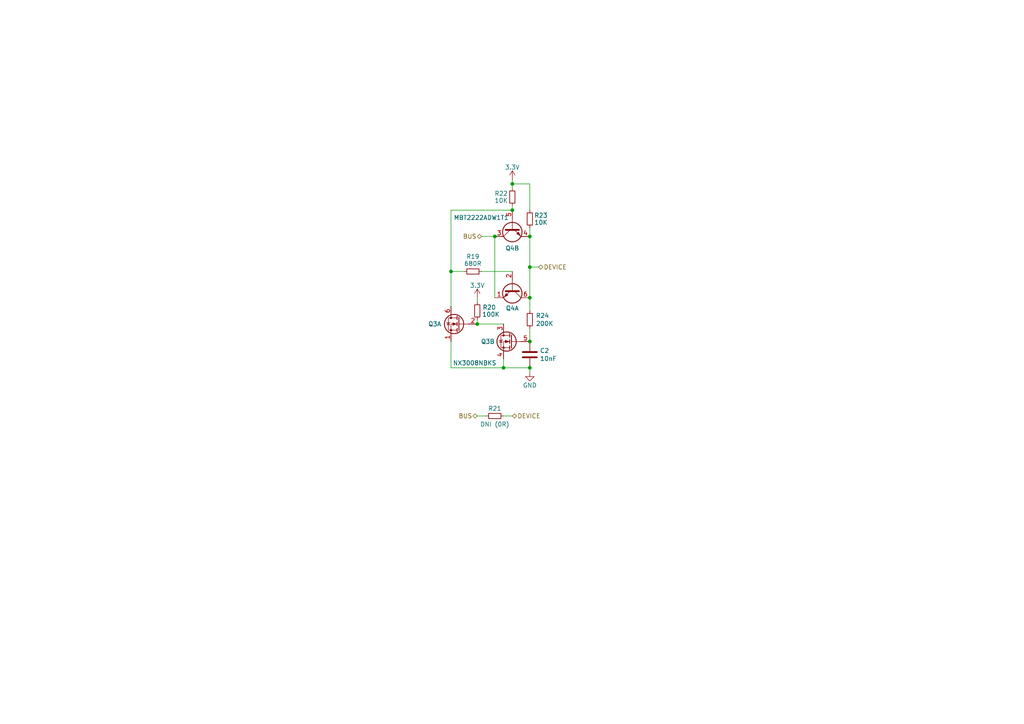
<source format=kicad_sch>
(kicad_sch (version 20231120) (generator "eeschema") (generator_version "8.0")
  (paper "A4")
  (lib_symbols
    (symbol "Argus-Miscellaneous:NX3008NBKS" (pin_names (offset 0.762) hide)
      (property "Reference" "Q" (at 5.08 1.27 0))
      (property "Value" "NX3008NBKS" (at 5.08 -1.27 0))
      (symbol "NX3008NBKS_1_1"
        (polyline (pts (xy -1.016 0) (xy -3.81 0)))
        (polyline (pts (xy -1.016 1.905) (xy -1.016 -1.905)) (stroke (width 0.254)))
        (polyline (pts (xy -0.508 -1.27) (xy -0.508 -2.286)) (stroke (width 0.254)))
        (polyline (pts (xy -0.508 0.508) (xy -0.508 -0.508)) (stroke (width 0.254)))
        (polyline (pts (xy -0.508 2.286) (xy -0.508 1.27)) (stroke (width 0.254)))
        (polyline (pts (xy 1.27 2.54) (xy 1.27 1.778)))
        (polyline (pts (xy 1.27 -2.54) (xy 1.27 0) (xy -0.508 0)))
        (polyline (pts (xy -0.508 -1.778) (xy 2.032 -1.778) (xy 2.032 1.778) (xy -0.508 1.778)))
        (polyline (pts (xy -0.254 0) (xy 0.762 0.381) (xy 0.762 -0.381) (xy -0.254 0)) (fill (type outline)))
        (polyline (pts (xy 1.524 0.508) (xy 1.651 0.381) (xy 2.413 0.381) (xy 2.54 0.254)))
        (polyline (pts (xy 2.032 0.381) (xy 1.651 -0.254) (xy 2.413 -0.254) (xy 2.032 0.381)))
        (circle (center 0.381 0) (radius 2.794) (stroke (width 0.254)))
        (circle (center 1.27 -1.778) (radius 0.254) (fill (type outline)))
        (circle (center 1.27 1.778) (radius 0.254) (fill (type outline)))
        (pin passive line (at 1.27 -5.08 90) (length 2.54) (name "S2") (number "1"))
        (pin input line (at -6.35 0 0) (length 2.54) (name "G2") (number "2"))
        (pin passive line (at 1.27 5.08 270) (length 2.54) (name "D1") (number "6"))
      )
      (symbol "NX3008NBKS_2_1"
        (polyline (pts (xy -1.016 0) (xy -3.81 0)))
        (polyline (pts (xy -1.016 1.905) (xy -1.016 -1.905)) (stroke (width 0.254)))
        (polyline (pts (xy -0.508 -1.27) (xy -0.508 -2.286)) (stroke (width 0.254)))
        (polyline (pts (xy -0.508 0.508) (xy -0.508 -0.508)) (stroke (width 0.254)))
        (polyline (pts (xy -0.508 2.286) (xy -0.508 1.27)) (stroke (width 0.254)))
        (polyline (pts (xy 1.27 2.54) (xy 1.27 1.778)))
        (polyline (pts (xy 1.27 -2.54) (xy 1.27 0) (xy -0.508 0)))
        (polyline (pts (xy -0.508 -1.778) (xy 2.032 -1.778) (xy 2.032 1.778) (xy -0.508 1.778)))
        (polyline (pts (xy -0.254 0) (xy 0.762 0.381) (xy 0.762 -0.381) (xy -0.254 0)) (fill (type outline)))
        (polyline (pts (xy 1.524 0.508) (xy 1.651 0.381) (xy 2.413 0.381) (xy 2.54 0.254)))
        (polyline (pts (xy 2.032 0.381) (xy 1.651 -0.254) (xy 2.413 -0.254) (xy 2.032 0.381)))
        (circle (center 0.381 0) (radius 2.794) (stroke (width 0.254)))
        (circle (center 1.27 -1.778) (radius 0.254) (fill (type outline)))
        (circle (center 1.27 1.778) (radius 0.254) (fill (type outline)))
        (pin passive line (at 1.27 5.08 270) (length 2.54) (name "D2") (number "3"))
        (pin passive line (at 1.27 -5.08 90) (length 2.54) (name "S1") (number "4"))
        (pin input line (at -6.35 0 0) (length 2.54) (name "G1") (number "5"))
      )
    )
    (symbol "Device:C" (pin_numbers hide) (pin_names (offset 0.254))
      (property "Reference" "C" (at 0.635 2.54 0))
      (property "Value" "C" (at 0.635 -2.54 0))
      (symbol "C_0_1"
        (polyline (pts (xy -2.032 -0.762) (xy 2.032 -0.762)) (stroke (width 0.508)))
        (polyline (pts (xy -2.032 0.762) (xy 2.032 0.762)) (stroke (width 0.508)))
      )
      (symbol "C_1_1"
        (pin passive line (at 0 3.81 270) (length 2.794) (name "~") (number "1"))
        (pin passive line (at 0 -3.81 90) (length 2.794) (name "~") (number "2"))
      )
    )
    (symbol "Device:R_Small" (pin_numbers hide) (pin_names (offset 0.254) hide)
      (property "Reference" "R" (at 0.762 0.508 0))
      (property "Value" "R_Small" (at 0.762 -1.016 0))
      (symbol "R_Small_0_1"
        (rectangle (start -0.762 1.778) (end 0.762 -1.778) (stroke (width 0.2032)))
      )
      (symbol "R_Small_1_1"
        (pin passive line (at 0 2.54 270) (length 0.762) (name "~") (number "1"))
        (pin passive line (at 0 -2.54 90) (length 0.762) (name "~") (number "2"))
      )
    )
    (symbol "Transistor_BJT:MBT2222ADW1T1" (pin_names (offset 0) hide)
      (property "Reference" "Q" (at 5.08 1.27 0))
      (property "Value" "MBT2222ADW1T1" (at 5.08 -1.27 0))
      (symbol "MBT2222ADW1T1_0_1"
        (polyline (pts (xy 0.635 0) (xy -2.54 0)))
        (polyline (pts (xy 0.635 0.635) (xy 2.54 2.54)))
        (polyline (pts (xy 0.635 -0.635) (xy 2.54 -2.54) (xy 2.54 -2.54)))
        (polyline (pts (xy 0.635 1.905) (xy 0.635 -1.905) (xy 0.635 -1.905)) (stroke (width 0.508)))
        (polyline (pts (xy 1.27 -1.778) (xy 1.778 -1.27) (xy 2.286 -2.286) (xy 1.27 -1.778) (xy 1.27 -1.778)) (fill (type outline)))
        (circle (center 1.27 0) (radius 2.8194) (stroke (width 0.254)))
      )
      (symbol "MBT2222ADW1T1_1_1"
        (pin passive line (at 2.54 -5.08 90) (length 2.54) (name "E1") (number "1"))
        (pin input line (at -5.08 0 0) (length 2.54) (name "B1") (number "2"))
        (pin passive line (at 2.54 5.08 270) (length 2.54) (name "C1") (number "6"))
      )
      (symbol "MBT2222ADW1T1_2_1"
        (pin passive line (at 2.54 5.08 270) (length 2.54) (name "C2") (number "3"))
        (pin passive line (at 2.54 -5.08 90) (length 2.54) (name "E2") (number "4"))
        (pin input line (at -5.08 0 0) (length 2.54) (name "B2") (number "5"))
      )
    )
    (symbol "power:+3.3V" (power) (pin_numbers hide) (pin_names (offset 0) hide)
      (property "Value" "+3.3V" (at 0 3.556 0))
      (symbol "+3.3V_0_1"
        (polyline (pts (xy -0.762 1.27) (xy 0 2.54)))
        (polyline (pts (xy 0 0) (xy 0 2.54)))
        (polyline (pts (xy 0 2.54) (xy 0.762 1.27)))
      )
      (symbol "+3.3V_1_1"
        (pin power_in line (at 0 0 90) (length 0) (name "~") (number "1"))
      )
    )
    (symbol "power:GND" (power) (pin_numbers hide) (pin_names (offset 0) hide)
      (property "Value" "GND" (at 0 -3.81 0))
      (symbol "GND_0_1"
        (polyline (pts (xy 0 0) (xy 0 -1.27) (xy 1.27 -1.27) (xy 0 -2.54) (xy -1.27 -1.27) (xy 0 -1.27)))
      )
      (symbol "GND_1_1"
        (pin power_in line (at 0 0 270) (length 0) (name "~") (number "1"))
      )
    )
  )
  (junction (at 153.67 86.36))
  (junction (at 143.51 68.58))
  (junction (at 146.05 106.68))
  (junction (at 153.67 68.58))
  (junction (at 153.67 99.06))
  (junction (at 153.67 77.47))
  (junction (at 148.59 60.96))
  (junction (at 138.43 93.98))
  (junction (at 148.59 53.34))
  (junction (at 153.67 106.68))
  (junction (at 130.81 78.74))
  (wire (pts (xy 143.51 68.58) (xy 143.51 86.36)))
  (wire (pts (xy 130.81 106.68) (xy 146.05 106.68)))
  (wire (pts (xy 153.67 53.34) (xy 153.67 60.96)))
  (wire (pts (xy 146.05 104.14) (xy 146.05 106.68)))
  (wire (pts (xy 148.59 59.69) (xy 148.59 60.96)))
  (wire (pts (xy 146.05 106.68) (xy 153.67 106.68)))
  (wire (pts (xy 130.81 60.96) (xy 148.59 60.96)))
  (wire (pts (xy 138.43 86.36) (xy 138.43 87.63)))
  (wire (pts (xy 148.59 53.34) (xy 148.59 54.61)))
  (wire (pts (xy 153.67 107.95) (xy 153.67 106.68)))
  (wire (pts (xy 153.67 53.34) (xy 148.59 53.34)))
  (wire (pts (xy 146.05 120.65) (xy 148.59 120.65)))
  (wire (pts (xy 138.43 92.71) (xy 138.43 93.98)))
  (wire (pts (xy 139.7 68.58) (xy 143.51 68.58)))
  (wire (pts (xy 153.67 86.36) (xy 153.67 90.17)))
  (wire (pts (xy 153.67 86.36) (xy 153.67 77.47)))
  (wire (pts (xy 130.81 88.9) (xy 130.81 78.74)))
  (wire (pts (xy 153.67 66.04) (xy 153.67 68.58)))
  (wire (pts (xy 138.43 93.98) (xy 146.05 93.98)))
  (wire (pts (xy 130.81 78.74) (xy 134.62 78.74)))
  (wire (pts (xy 156.21 77.47) (xy 153.67 77.47)))
  (wire (pts (xy 138.43 120.65) (xy 140.97 120.65)))
  (wire (pts (xy 148.59 52.07) (xy 148.59 53.34)))
  (wire (pts (xy 130.81 78.74) (xy 130.81 60.96)))
  (wire (pts (xy 130.81 99.06) (xy 130.81 106.68)))
  (wire (pts (xy 153.67 95.25) (xy 153.67 99.06)))
  (wire (pts (xy 153.67 77.47) (xy 153.67 68.58)))
  (wire (pts (xy 139.7 78.74) (xy 148.59 78.74)))
  (hierarchical_label "BUS" (shape bidirectional) (at 139.7 68.58 180))
  (hierarchical_label "DEVICE" (shape bidirectional) (at 148.59 120.65 0))
  (hierarchical_label "DEVICE" (shape bidirectional) (at 156.21 77.47 0))
  (hierarchical_label "BUS" (shape bidirectional) (at 138.43 120.65 180))
  (symbol (lib_id "Device:R_Small") (at 148.59 57.15 0) (unit 1)
    (property "Reference" "R22" (at 147.32 56.134 0) (effects (justify right)))
    (property "Value" "10K" (at 147.32 58.166 0) (effects (justify right)))
    (property "Footprint" "Resistor_SMD:R_0603_1608Metric" (effects (hide yes)))
    (property "Description" "Resistor, small symbol" (effects (hide yes)))
    (instances (project "Z-" (path "" (reference "R22") (unit 1)) (path "" (reference "R30") (unit 1)) (path "" (reference "R87") (unit 1)) (path "" (reference "R40") (unit 1)) (path "" (reference "R14") (unit 1)) (path "" (reference "R79") (unit 1)) (path "" (reference "R73") (unit 1)) (path "" (reference "R54") (unit 1))))
  )
  (symbol (lib_id "Argus-Miscellaneous:NX3008NBKS") (at 147.32 99.06 0) (mirror y) (unit 2)
    (property "Reference" "Q3" (at 143.51 99.06 0) (effects (justify left)))
    (property "Value" "NX3008NBKS" (effects (hide yes)))
    (property "Footprint" "Package_TO_SOT_SMD:SOT-363_SC-70-6" (effects (hide yes)))
    (property "Datasheet" "https://assets.nexperia.com/documents/data-sheet/NX3008NBKS.pdf" (effects (hide yes)))
    (property "Description" "Dual N-Channel MOSFET - 2NMOS" (effects (hide yes)))
    (property "Manufacturer_Name" "Nexperia USA Inc." (effects (hide yes)))
    (property "Manufacturer_Part_Number" "NX3008NBKS" (effects (hide yes)))
    (instances (project "Z-" (path "" (reference "Q3") (unit 2)) (path "" (reference "Q5") (unit 2)) (path "" (reference "Q16") (unit 2)) (path "" (reference "Q7") (unit 2)) (path "" (reference "Q1") (unit 2)) (path "" (reference "Q13") (unit 2)) (path "" (reference "Q11") (unit 2)) (path "" (reference "Q9") (unit 2))))
  )
  (symbol (lib_id "Device:R_Small") (at 137.16 78.74 270) (unit 1)
    (property "Reference" "R19" (at 137.16 74.422 90))
    (property "Value" "680R" (at 137.16 76.454 90))
    (property "Footprint" "Resistor_SMD:R_0603_1608Metric" (effects (hide yes)))
    (property "Description" "Resistor, small symbol" (effects (hide yes)))
    (instances (project "Z-" (path "" (reference "R19") (unit 1)) (path "" (reference "R27") (unit 1)) (path "" (reference "R84") (unit 1)) (path "" (reference "R33") (unit 1)) (path "" (reference "R1") (unit 1)) (path "" (reference "R76") (unit 1)) (path "" (reference "R68") (unit 1)) (path "" (reference "R46") (unit 1))))
  )
  (symbol (lib_id "power:GND") (at 153.67 107.95 0) (unit 1)
    (property "Reference" "#PWR02" (effects (hide yes)))
    (property "Value" "GND" (at 153.67 111.76 0))
    (property "Description" "Power symbol creates a global label with name \"GND\" , ground" (effects (hide yes)))
    (instances (project "Z-" (path "" (reference "#PWR02") (unit 1)) (path "" (reference "#PWR08") (unit 1)) (path "" (reference "#PWR045") (unit 1)) (path "" (reference "#PWR09") (unit 1)) (path "" (reference "#PWR01") (unit 1)) (path "" (reference "#PWR044") (unit 1)) (path "" (reference "#PWR023") (unit 1)) (path "" (reference "#PWR012") (unit 1))))
  )
  (symbol (lib_id "Device:R_Small") (at 143.51 120.65 270) (unit 1)
    (property "Reference" "R21" (at 143.51 118.491 90))
    (property "Value" "DNI (0R)" (at 143.51 123.063 90))
    (property "Footprint" "Resistor_SMD:R_0603_1608Metric" (effects (hide yes)))
    (property "Description" "Resistor, small symbol" (effects (hide yes)))
    (property "DNI" "DNI" (effects (hide yes)))
    (instances (project "Z-" (path "" (reference "R21") (unit 1)) (path "" (reference "R29") (unit 1)) (path "" (reference "R86") (unit 1)) (path "" (reference "R38") (unit 1)) (path "" (reference "R5") (unit 1)) (path "" (reference "R78") (unit 1)) (path "" (reference "R70") (unit 1)) (path "" (reference "R52") (unit 1))))
  )
  (symbol (lib_id "Device:C") (at 153.67 102.87 0) (unit 1)
    (property "Reference" "C2" (at 156.591 101.7016 0) (effects (justify left)))
    (property "Value" "10nF" (at 156.591 104.013 0) (effects (justify left)))
    (property "Footprint" "Capacitor_SMD:C_0603_1608Metric" (effects (hide yes)))
    (property "Description" "10nF +-10% 50V X7R" (effects (hide yes)))
    (instances (project "Z-" (path "" (reference "C2") (unit 1)) (path "" (reference "C3") (unit 1)) (path "" (reference "C15") (unit 1)) (path "" (reference "C4") (unit 1)) (path "" (reference "C1") (unit 1)) (path "" (reference "C14") (unit 1)) (path "" (reference "C12") (unit 1)) (path "" (reference "C11") (unit 1))))
  )
  (symbol (lib_id "Transistor_BJT:MBT2222ADW1T1") (at 148.59 66.04 90) (mirror x) (unit 2)
    (property "Reference" "Q4" (at 148.59 72.009 90))
    (property "Value" "MBT2222ADW1T1" (at 139.573 63.119 90))
    (property "Footprint" "Package_TO_SOT_SMD:SOT-363_SC-70-6" (effects (hide yes)))
    (property "Datasheet" "http://www.onsemi.com/pub_link/Collateral/MBT2222ADW1T1-D.PDF" (effects (hide yes)))
    (property "Description" "Dual NPN BJT - 2NPN" (effects (hide yes)))
    (property "Flight" "MBT2222ADW1T1G" (effects (hide yes)))
    (property "Manufacturer_Name" "ON Semiconductor" (effects (hide yes)))
    (property "Manufacturer_Part_Number" "MBT2222ADW1T1G" (effects (hide yes)))
    (property "Proto" "MBT2222ADW1T1G" (effects (hide yes)))
    (instances (project "Z-" (path "" (reference "Q4") (unit 2)) (path "" (reference "Q6") (unit 2)) (path "" (reference "Q18") (unit 2)) (path "" (reference "Q8") (unit 2)) (path "" (reference "Q2") (unit 2)) (path "" (reference "Q14") (unit 2)) (path "" (reference "Q12") (unit 2)) (path "" (reference "Q10") (unit 2))))
  )
  (symbol (lib_id "Device:R_Small") (at 153.67 92.71 0) (unit 1)
    (property "Reference" "R24" (at 155.3972 91.5416 0) (effects (justify left)))
    (property "Value" "200K" (at 155.3972 93.853 0) (effects (justify left)))
    (property "Footprint" "Resistor_SMD:R_0603_1608Metric" (effects (hide yes)))
    (property "Description" "Resistor, small symbol" (effects (hide yes)))
    (instances (project "Z-" (path "" (reference "R24") (unit 1)) (path "" (reference "R32") (unit 1)) (path "" (reference "R89") (unit 1)) (path "" (reference "R45") (unit 1)) (path "" (reference "R18") (unit 1)) (path "" (reference "R83") (unit 1)) (path "" (reference "R75") (unit 1)) (path "" (reference "R58") (unit 1))))
  )
  (symbol (lib_id "Argus-Miscellaneous:NX3008NBKS") (at 132.08 93.98 0) (mirror y) (unit 1)
    (property "Reference" "Q3" (at 128.016 93.98 0) (effects (justify left)))
    (property "Value" "NX3008NBKS" (at 144.018 105.283 0) (effects (justify left)))
    (property "Footprint" "Package_TO_SOT_SMD:SOT-363_SC-70-6" (effects (hide yes)))
    (property "Datasheet" "https://assets.nexperia.com/documents/data-sheet/NX3008NBKS.pdf" (effects (hide yes)))
    (property "Description" "Dual N-Channel MOSFET - 2NMOS" (effects (hide yes)))
    (property "Manufacturer_Name" "Nexperia USA Inc." (effects (hide yes)))
    (property "Manufacturer_Part_Number" "NX3008NBKS" (effects (hide yes)))
    (instances (project "Z-" (path "" (reference "Q3") (unit 1)) (path "" (reference "Q5") (unit 1)) (path "" (reference "Q16") (unit 1)) (path "" (reference "Q7") (unit 1)) (path "" (reference "Q1") (unit 1)) (path "" (reference "Q13") (unit 1)) (path "" (reference "Q11") (unit 1)) (path "" (reference "Q9") (unit 1))))
  )
  (symbol (lib_id "power:+3.3V") (at 138.43 86.36 0) (unit 1)
    (property "Reference" "#SUPPLY04" (effects (hide yes)))
    (property "Value" "3.3V" (at 138.43 82.804 0))
    (property "Description" "Power symbol creates a global label with name \"+3.3V\"" (effects (hide yes)))
    (instances (project "Z-" (path "" (reference "#SUPPLY04") (unit 1)) (path "" (reference "#SUPPLY06") (unit 1)) (path "" (reference "#SUPPLY016") (unit 1)) (path "" (reference "#SUPPLY08") (unit 1)) (path "" (reference "#SUPPLY02") (unit 1)) (path "" (reference "#SUPPLY014") (unit 1)) (path "" (reference "#SUPPLY012") (unit 1)) (path "" (reference "#SUPPLY010") (unit 1))))
  )
  (symbol (lib_id "Device:R_Small") (at 138.43 90.17 0) (unit 1)
    (property "Reference" "R20" (at 139.954 89.154 0) (effects (justify left)))
    (property "Value" "100K" (at 139.827 91.186 0) (effects (justify left)))
    (property "Footprint" "Resistor_SMD:R_0603_1608Metric" (effects (hide yes)))
    (property "Description" "Resistor, small symbol" (effects (hide yes)))
    (instances (project "Z-" (path "" (reference "R20") (unit 1)) (path "" (reference "R28") (unit 1)) (path "" (reference "R85") (unit 1)) (path "" (reference "R34") (unit 1)) (path "" (reference "R3") (unit 1)) (path "" (reference "R77") (unit 1)) (path "" (reference "R69") (unit 1)) (path "" (reference "R50") (unit 1))))
  )
  (symbol (lib_id "Device:R_Small") (at 153.67 63.5 0) (unit 1)
    (property "Reference" "R23" (at 154.94 62.484 0) (effects (justify left)))
    (property "Value" "10K" (at 154.94 64.516 0) (effects (justify left)))
    (property "Footprint" "Resistor_SMD:R_0603_1608Metric" (effects (hide yes)))
    (property "Description" "Resistor, small symbol" (effects (hide yes)))
    (instances (project "Z-" (path "" (reference "R23") (unit 1)) (path "" (reference "R31") (unit 1)) (path "" (reference "R88") (unit 1)) (path "" (reference "R42") (unit 1)) (path "" (reference "R17") (unit 1)) (path "" (reference "R82") (unit 1)) (path "" (reference "R74") (unit 1)) (path "" (reference "R57") (unit 1))))
  )
  (symbol (lib_id "Transistor_BJT:MBT2222ADW1T1") (at 148.59 83.82 270) (unit 1)
    (property "Reference" "Q4" (at 148.59 89.408 90))
    (property "Value" "MBT2222ADW1T1" (effects (hide yes)))
    (property "Footprint" "Package_TO_SOT_SMD:SOT-363_SC-70-6" (effects (hide yes)))
    (property "Datasheet" "http://www.onsemi.com/pub_link/Collateral/MBT2222ADW1T1-D.PDF" (effects (hide yes)))
    (property "Description" "Dual NPN BJT - 2NPN" (effects (hide yes)))
    (property "Flight" "MBT2222ADW1T1G" (effects (hide yes)))
    (property "Manufacturer_Name" "ON Semiconductor" (effects (hide yes)))
    (property "Manufacturer_Part_Number" "MBT2222ADW1T1G" (effects (hide yes)))
    (property "Proto" "MBT2222ADW1T1G" (effects (hide yes)))
    (instances (project "Z-" (path "" (reference "Q4") (unit 1)) (path "" (reference "Q6") (unit 1)) (path "" (reference "Q18") (unit 1)) (path "" (reference "Q8") (unit 1)) (path "" (reference "Q2") (unit 1)) (path "" (reference "Q14") (unit 1)) (path "" (reference "Q12") (unit 1)) (path "" (reference "Q10") (unit 1))))
  )
  (symbol (lib_id "power:+3.3V") (at 148.59 52.07 0) (unit 1)
    (property "Reference" "#SUPPLY05" (effects (hide yes)))
    (property "Value" "3.3V" (at 148.59 48.514 0))
    (property "Description" "Power symbol creates a global label with name \"+3.3V\"" (effects (hide yes)))
    (instances (project "Z-" (path "" (reference "#SUPPLY05") (unit 1)) (path "" (reference "#SUPPLY07") (unit 1)) (path "" (reference "#SUPPLY017") (unit 1)) (path "" (reference "#SUPPLY09") (unit 1)) (path "" (reference "#SUPPLY03") (unit 1)) (path "" (reference "#SUPPLY015") (unit 1)) (path "" (reference "#SUPPLY013") (unit 1)) (path "" (reference "#SUPPLY011") (unit 1))))
  )
)
</source>
